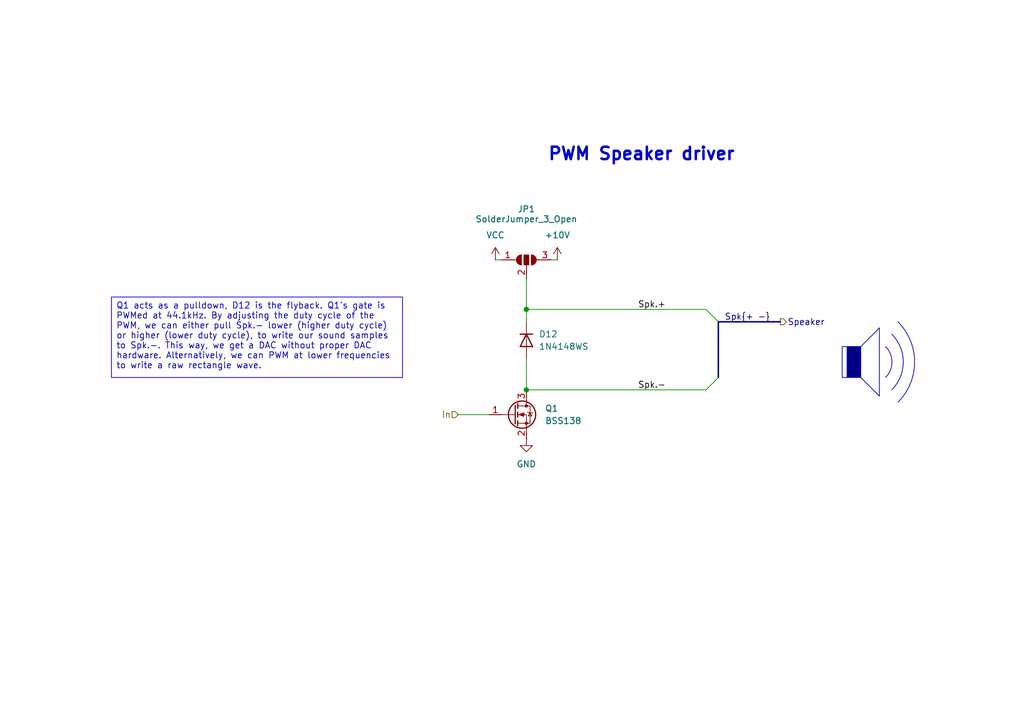
<source format=kicad_sch>
(kicad_sch (version 20231120) (generator "eeschema") (generator_version "8.0")
  (paper "A5")
  (title_block (title "Kolibri FC - Speaker Driver"))
  (lib_symbols
    (symbol "Diode:1N4148WS" (pin_numbers hide) (pin_names hide)
      (property "Reference" "D" (at 0 2.54 0))
      (property "Value" "1N4148WS" (at 0 -2.54 0))
      (symbol "1N4148WS_0_1"
        (polyline (pts (xy -1.27 1.27) (xy -1.27 -1.27)) (stroke (width 0.254)))
        (polyline (pts (xy 1.27 0) (xy -1.27 0)))
        (polyline (pts (xy 1.27 1.27) (xy 1.27 -1.27) (xy -1.27 0) (xy 1.27 1.27)) (stroke (width 0.254)))
      )
      (symbol "1N4148WS_1_1"
        (pin passive line (at -3.81 0 0) (length 2.54) (name "K") (number "1"))
        (pin passive line (at 3.81 0 180) (length 2.54) (name "A") (number "2"))
      )
    )
    (symbol "Jumper:SolderJumper_3_Open" (pin_names (offset 0) hide) (exclude_from_sim yes) (in_bom no)
      (property "Reference" "JP" (at -2.54 -2.54 0))
      (property "Value" "SolderJumper_3_Open" (at 0 2.794 0))
      (symbol "SolderJumper_3_Open_0_1"
        (arc (start -1.016 1.016) (mid -2.0276 0) (end -1.016 -1.016))
        (arc (start -1.016 1.016) (mid -2.0276 0) (end -1.016 -1.016) (fill (type outline)))
        (rectangle (start -0.508 1.016) (end 0.508 -1.016) (fill (type outline)))
        (polyline (pts (xy -2.54 0) (xy -2.032 0)))
        (polyline (pts (xy -1.016 1.016) (xy -1.016 -1.016)))
        (polyline (pts (xy 0 -1.27) (xy 0 -1.016)))
        (polyline (pts (xy 1.016 1.016) (xy 1.016 -1.016)))
        (polyline (pts (xy 2.54 0) (xy 2.032 0)))
        (arc (start 1.016 -1.016) (mid 2.0276 0) (end 1.016 1.016))
        (arc (start 1.016 -1.016) (mid 2.0276 0) (end 1.016 1.016) (fill (type outline)))
      )
      (symbol "SolderJumper_3_Open_1_1"
        (pin passive line (at -5.08 0 0) (length 2.54) (name "A") (number "1"))
        (pin passive line (at 0 -3.81 90) (length 2.54) (name "C") (number "2"))
        (pin passive line (at 5.08 0 180) (length 2.54) (name "B") (number "3"))
      )
    )
    (symbol "Transistor_FET:BSS138" (pin_names hide)
      (property "Reference" "Q" (at 5.08 1.905 0))
      (property "Value" "BSS138" (at 5.08 0 0))
      (symbol "BSS138_0_1"
        (polyline (pts (xy 0.254 0) (xy -2.54 0)))
        (polyline (pts (xy 0.254 1.905) (xy 0.254 -1.905)) (stroke (width 0.254)))
        (polyline (pts (xy 0.762 -1.27) (xy 0.762 -2.286)) (stroke (width 0.254)))
        (polyline (pts (xy 0.762 0.508) (xy 0.762 -0.508)) (stroke (width 0.254)))
        (polyline (pts (xy 0.762 2.286) (xy 0.762 1.27)) (stroke (width 0.254)))
        (polyline (pts (xy 2.54 2.54) (xy 2.54 1.778)))
        (polyline (pts (xy 2.54 -2.54) (xy 2.54 0) (xy 0.762 0)))
        (polyline (pts (xy 0.762 -1.778) (xy 3.302 -1.778) (xy 3.302 1.778) (xy 0.762 1.778)))
        (polyline (pts (xy 1.016 0) (xy 2.032 0.381) (xy 2.032 -0.381) (xy 1.016 0)) (fill (type outline)))
        (polyline (pts (xy 2.794 0.508) (xy 2.921 0.381) (xy 3.683 0.381) (xy 3.81 0.254)))
        (polyline (pts (xy 3.302 0.381) (xy 2.921 -0.254) (xy 3.683 -0.254) (xy 3.302 0.381)))
        (circle (center 1.651 0) (radius 2.794) (stroke (width 0.254)))
        (circle (center 2.54 -1.778) (radius 0.254) (fill (type outline)))
        (circle (center 2.54 1.778) (radius 0.254) (fill (type outline)))
      )
      (symbol "BSS138_1_1"
        (pin input line (at -5.08 0 0) (length 2.54) (name "G") (number "1"))
        (pin passive line (at 2.54 -5.08 90) (length 2.54) (name "S") (number "2"))
        (pin passive line (at 2.54 5.08 270) (length 2.54) (name "D") (number "3"))
      )
    )
    (symbol "power:+10V" (power) (pin_numbers hide) (pin_names (offset 0) hide)
      (property "Value" "+10V" (at 0 3.556 0))
      (symbol "+10V_0_1"
        (polyline (pts (xy -0.762 1.27) (xy 0 2.54)))
        (polyline (pts (xy 0 0) (xy 0 2.54)))
        (polyline (pts (xy 0 2.54) (xy 0.762 1.27)))
      )
      (symbol "+10V_1_1"
        (pin power_in line (at 0 0 90) (length 0) (name "~") (number "1"))
      )
    )
    (symbol "power:GND" (power) (pin_numbers hide) (pin_names (offset 0) hide)
      (property "Value" "GND" (at 0 -3.81 0))
      (symbol "GND_0_1"
        (polyline (pts (xy 0 0) (xy 0 -1.27) (xy 1.27 -1.27) (xy 0 -2.54) (xy -1.27 -1.27) (xy 0 -1.27)))
      )
      (symbol "GND_1_1"
        (pin power_in line (at 0 0 270) (length 0) (name "~") (number "1"))
      )
    )
    (symbol "power:VCC" (power) (pin_numbers hide) (pin_names (offset 0) hide)
      (property "Value" "VCC" (at 0 3.556 0))
      (symbol "VCC_0_1"
        (polyline (pts (xy -0.762 1.27) (xy 0 2.54)))
        (polyline (pts (xy 0 0) (xy 0 2.54)))
        (polyline (pts (xy 0 2.54) (xy 0.762 1.27)))
      )
      (symbol "VCC_1_1"
        (pin power_in line (at 0 0 90) (length 0) (name "~") (number "1"))
      )
    )
  )
  (junction (at 107.95 80.01))
  (junction (at 107.95 63.5))
  (bus_entry (at 147.32 77.47) (size -2.54 2.54))
  (bus_entry (at 144.78 63.5) (size 2.54 2.54))
  (wire (pts (xy 107.95 63.5) (xy 144.78 63.5)))
  (wire (pts (xy 114.3 53.34) (xy 113.03 53.34)))
  (bus (pts (xy 147.32 66.04) (xy 160.02 66.04)))
  (wire (pts (xy 107.95 66.04) (xy 107.95 63.5)))
  (wire (pts (xy 107.95 73.66) (xy 107.95 80.01)))
  (wire (pts (xy 107.95 57.15) (xy 107.95 63.5)))
  (wire (pts (xy 93.98 85.09) (xy 100.33 85.09)))
  (wire (pts (xy 101.6 53.34) (xy 102.87 53.34)))
  (wire (pts (xy 107.95 80.01) (xy 144.78 80.01)))
  (polyline (pts (xy 180.34 67.31) (xy 180.34 81.28)))
  (polyline (pts (xy 176.53 77.47) (xy 180.34 81.28)))
  (polyline (pts (xy 176.53 71.12) (xy 180.34 67.31)))
  (bus (pts (xy 147.32 66.04) (xy 147.32 77.47)))
  (rectangle (start 173.736 71.12) (end 176.53 77.47) (fill (type color) (color 0 0 132 1)))
  (arc (start 182.88 68.58) (mid 185.2472 74.295) (end 182.88 80.01))
  (arc (start 181.61 71.12) (mid 182.9251 74.295) (end 181.61 77.47))
  (rectangle (start 172.72 71.12) (end 173.736 77.47))
  (arc (start 184.15 66.04) (mid 187.5693 74.295) (end 184.15 82.55))
  (text_box "Q1 acts as a pulldown, D12 is the flyback. Q1's gate is PWMed at 44.1kHz. By adjusting the duty cycle of the PWM, we can either pull Spk.- lower (higher duty cycle) or higher (lower duty cycle), to write our sound samples to Spk.-. This way, we get a DAC without proper DAC hardware. Alternatively, we can PWM at lower frequencies to write a raw rectangle wave. " (at 22.86 60.96 0) (size 59.69 16.51) (effects (font (size 1.27 1.27)) (justify left top)))
  (text "PWM Speaker driver" (at 131.572 31.75 0) (effects (font (size 2.54 2.54) (thickness 0.508) (bold yes))))
  (label "Spk.+" (at 130.81 63.5 0))
  (label "Spk{+ -}" (at 148.59 66.04 0))
  (label "Spk.-" (at 130.81 80.01 0))
  (hierarchical_label "Speaker" (shape output) (at 160.02 66.04 0))
  (hierarchical_label "In" (shape input) (at 93.98 85.09 180))
  (symbol (lib_id "Diode:1N4148WS") (at 107.95 69.85 270) (unit 1)
    (property "Reference" "D12" (at 110.49 68.5799 90) (effects (justify left)))
    (property "Value" "1N4148WS" (at 110.49 71.1199 90) (effects (justify left)))
    (property "Footprint" "Diode_SMD:D_SOD-323" (effects (hide yes)))
    (property "Datasheet" "https://www.vishay.com/docs/85751/1n4148ws.pdf" (effects (hide yes)))
    (property "Description" "75V 0.15A Fast switching Diode, SOD-323" (effects (hide yes)))
    (property "Sim.Device" "D" (effects (hide yes)))
    (property "Sim.Pins" "1=K 2=A" (effects (hide yes)))
  )
  (symbol (lib_id "power:GND") (at 107.95 90.17 0) (unit 1)
    (property "Reference" "#PWR0113" (effects (hide yes)))
    (property "Value" "GND" (at 107.95 95.25 0))
    (property "Description" "Power symbol creates a global label with name \"GND\" , ground" (effects (hide yes)))
  )
  (symbol (lib_id "power:+10V") (at 114.3 53.34 0) (unit 1)
    (property "Reference" "#PWR0115" (effects (hide yes)))
    (property "Value" "+10V" (at 114.3 48.26 0))
    (property "Description" "Power symbol creates a global label with name \"+10V\"" (effects (hide yes)))
  )
  (symbol (lib_id "Jumper:SolderJumper_3_Open") (at 107.95 53.34 0) (unit 1) (exclude_from_sim yes) (in_bom no)
    (property "Reference" "JP1" (at 107.95 42.926 0))
    (property "Value" "SolderJumper_3_Open" (at 107.95 44.958 0))
    (property "Footprint" "Jumper:SolderJumper-3_P1.3mm_Open_RoundedPad1.0x1.5mm" (effects (hide yes)))
    (property "Description" "Solder Jumper, 3-pole, open" (effects (hide yes)))
  )
  (symbol (lib_id "power:VCC") (at 101.6 53.34 0) (unit 1)
    (property "Reference" "#PWR0114" (effects (hide yes)))
    (property "Value" "VCC" (at 101.6 48.26 0))
    (property "Description" "Power symbol creates a global label with name \"VCC\"" (effects (hide yes)))
  )
  (symbol (lib_id "Transistor_FET:BSS138") (at 105.41 85.09 0) (unit 1)
    (property "Reference" "Q1" (at 111.76 83.8199 0) (effects (justify left)))
    (property "Value" "BSS138" (at 111.76 86.3599 0) (effects (justify left)))
    (property "Footprint" "Package_TO_SOT_SMD:SOT-23" (effects (hide yes)))
    (property "Datasheet" "https://www.onsemi.com/pub/Collateral/BSS138-D.PDF" (effects (hide yes)))
    (property "Description" "50V Vds, 0.22A Id, N-Channel MOSFET, SOT-23" (effects (hide yes)))
  )
)
</source>
